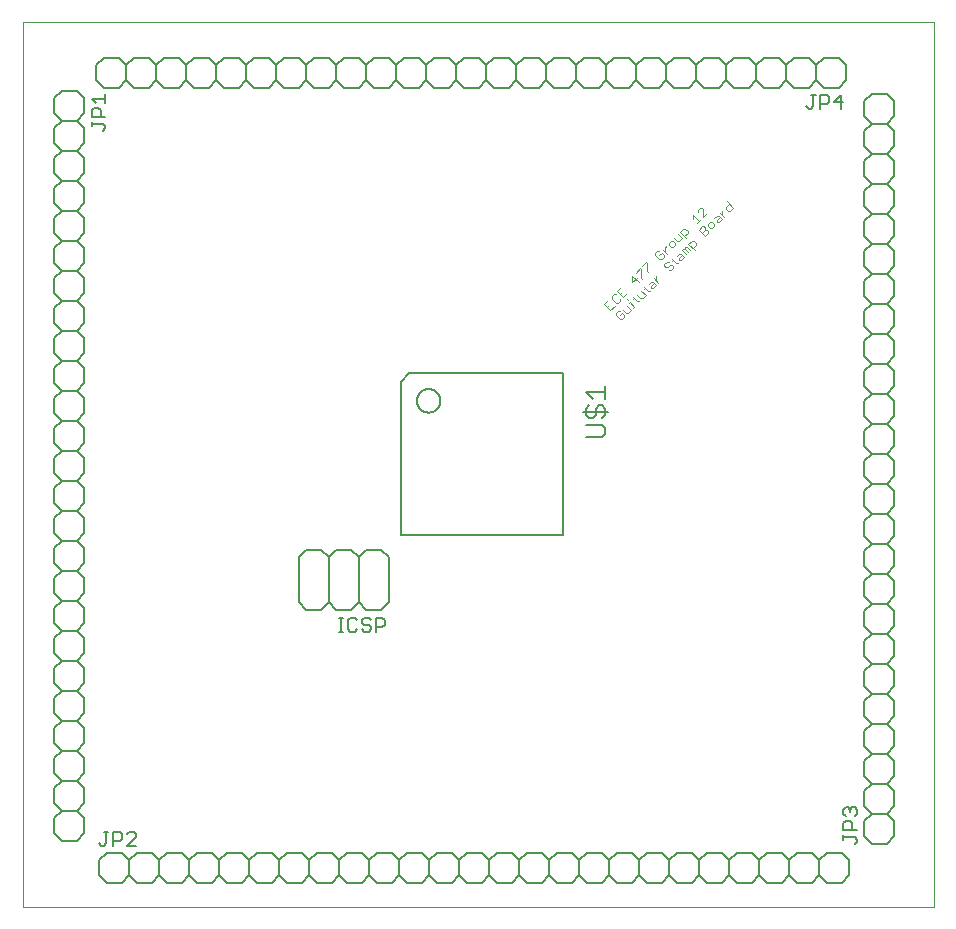
<source format=gto>
G75*
%MOIN*%
%OFA0B0*%
%FSLAX25Y25*%
%IPPOS*%
%LPD*%
%AMOC8*
5,1,8,0,0,1.08239X$1,22.5*
%
%ADD10C,0.00000*%
%ADD11C,0.00300*%
%ADD12C,0.00600*%
%ADD13C,0.00500*%
%ADD14C,0.00700*%
D10*
X0001500Y0001500D02*
X0001500Y0296461D01*
X0305201Y0296461D01*
X0305201Y0001500D01*
X0001500Y0001500D01*
D11*
X0199083Y0198801D02*
X0200451Y0197433D01*
X0201135Y0197433D01*
X0201819Y0198117D01*
X0201819Y0198801D01*
X0201135Y0199485D01*
X0200451Y0198801D01*
X0200451Y0200169D02*
X0199767Y0200169D01*
X0199083Y0199485D01*
X0199083Y0198801D01*
X0197399Y0200485D02*
X0195346Y0202537D01*
X0196715Y0203905D01*
X0197772Y0204279D02*
X0199140Y0202910D01*
X0199824Y0202910D01*
X0200508Y0203595D01*
X0200508Y0204279D01*
X0201566Y0204652D02*
X0202934Y0206020D01*
X0201224Y0206362D02*
X0200540Y0205678D01*
X0199140Y0205647D02*
X0198456Y0205647D01*
X0197772Y0204963D01*
X0197772Y0204279D01*
X0197057Y0202195D02*
X0196373Y0201511D01*
X0197399Y0200485D02*
X0198767Y0201853D01*
X0201508Y0200543D02*
X0202534Y0199516D01*
X0203218Y0199516D01*
X0204245Y0200543D01*
X0202876Y0201911D01*
X0203592Y0202626D02*
X0203934Y0202968D01*
X0205302Y0201600D01*
X0204960Y0201258D02*
X0205644Y0201942D01*
X0206349Y0203331D02*
X0204981Y0204699D01*
X0204981Y0204015D02*
X0205665Y0204699D01*
X0206370Y0205404D02*
X0207396Y0204378D01*
X0208080Y0204378D01*
X0209106Y0205404D01*
X0207738Y0206772D01*
X0208453Y0207488D02*
X0209137Y0208172D01*
X0208453Y0208172D02*
X0209821Y0206803D01*
X0210505Y0206803D01*
X0210868Y0207850D02*
X0210868Y0208534D01*
X0211895Y0209561D01*
X0211552Y0209903D02*
X0212579Y0208877D01*
X0211552Y0207850D01*
X0210868Y0207850D01*
X0210184Y0209219D02*
X0210868Y0209903D01*
X0211552Y0209903D01*
X0211926Y0210960D02*
X0213294Y0209592D01*
X0212610Y0210276D02*
X0212610Y0211644D01*
X0212952Y0211986D01*
X0209900Y0212986D02*
X0209558Y0213328D01*
X0209558Y0216064D01*
X0209216Y0216407D01*
X0207847Y0215038D01*
X0207132Y0214323D02*
X0207474Y0213981D01*
X0207474Y0211244D01*
X0207816Y0210902D01*
X0206759Y0209845D02*
X0204707Y0211897D01*
X0204707Y0209845D01*
X0206075Y0211213D01*
X0205764Y0212955D02*
X0207132Y0214323D01*
X0212356Y0218863D02*
X0213725Y0217495D01*
X0214409Y0217495D01*
X0215093Y0218179D01*
X0215093Y0218863D01*
X0214409Y0219547D01*
X0213725Y0218863D01*
X0213725Y0220231D02*
X0213041Y0220231D01*
X0212356Y0219547D01*
X0212356Y0218863D01*
X0214782Y0220605D02*
X0216150Y0219236D01*
X0215466Y0219921D02*
X0215466Y0221289D01*
X0215808Y0221631D01*
X0216860Y0221999D02*
X0217544Y0221315D01*
X0218229Y0221315D01*
X0218913Y0221999D01*
X0218913Y0222683D01*
X0218229Y0223367D01*
X0217544Y0223367D01*
X0216860Y0222683D01*
X0216860Y0221999D01*
X0218602Y0224424D02*
X0219628Y0223398D01*
X0220312Y0223398D01*
X0221338Y0224424D01*
X0219970Y0225793D01*
X0220685Y0226508D02*
X0221711Y0227534D01*
X0222396Y0227534D01*
X0223080Y0226850D01*
X0223080Y0226166D01*
X0222054Y0225140D01*
X0222738Y0224456D02*
X0220685Y0226508D01*
X0224411Y0223445D02*
X0223385Y0222419D01*
X0225437Y0220367D01*
X0224753Y0221051D02*
X0225779Y0222077D01*
X0225779Y0222761D01*
X0225095Y0223445D01*
X0224411Y0223445D01*
X0223012Y0221362D02*
X0224038Y0220336D01*
X0223354Y0219652D02*
X0222328Y0220678D01*
X0222328Y0221362D01*
X0223012Y0221362D01*
X0222328Y0220678D02*
X0221643Y0220678D01*
X0221301Y0220336D01*
X0222670Y0218968D01*
X0221954Y0218252D02*
X0220928Y0217226D01*
X0220244Y0217226D01*
X0220244Y0217910D01*
X0221270Y0218936D01*
X0220928Y0219278D02*
X0221954Y0218252D01*
X0220928Y0219278D02*
X0220244Y0219278D01*
X0219560Y0218594D01*
X0218513Y0217547D02*
X0217829Y0216863D01*
X0217829Y0217547D02*
X0219197Y0216179D01*
X0219881Y0216179D01*
X0218140Y0215122D02*
X0218140Y0214438D01*
X0217456Y0213754D01*
X0216772Y0213754D01*
X0216430Y0214780D02*
X0217114Y0215464D01*
X0217798Y0215464D01*
X0218140Y0215122D01*
X0216430Y0214780D02*
X0215745Y0214780D01*
X0215403Y0215122D01*
X0215403Y0215806D01*
X0216087Y0216490D01*
X0216772Y0216490D01*
X0226868Y0227270D02*
X0227894Y0228297D01*
X0228578Y0228297D01*
X0228920Y0227955D01*
X0228920Y0227270D01*
X0227894Y0226244D01*
X0228920Y0225218D02*
X0229946Y0226244D01*
X0229946Y0226928D01*
X0229604Y0227270D01*
X0228920Y0227270D01*
X0229977Y0228328D02*
X0230662Y0227644D01*
X0231346Y0227644D01*
X0232030Y0228328D01*
X0232030Y0229012D01*
X0231346Y0229696D01*
X0230662Y0229696D01*
X0229977Y0229012D01*
X0229977Y0228328D01*
X0232745Y0229727D02*
X0232745Y0230411D01*
X0233771Y0231437D01*
X0233429Y0231779D02*
X0234455Y0230753D01*
X0233429Y0229727D01*
X0232745Y0229727D01*
X0232061Y0231095D02*
X0232745Y0231779D01*
X0233429Y0231779D01*
X0234487Y0232153D02*
X0234487Y0233521D01*
X0234829Y0233863D01*
X0235881Y0234231D02*
X0235881Y0234915D01*
X0236907Y0235941D01*
X0236223Y0236625D02*
X0238275Y0234573D01*
X0237249Y0233547D01*
X0236565Y0233547D01*
X0235881Y0234231D01*
X0233802Y0232837D02*
X0235171Y0231469D01*
X0229672Y0232758D02*
X0228304Y0231390D01*
X0228304Y0234127D01*
X0227962Y0234469D01*
X0227278Y0234469D01*
X0226594Y0233785D01*
X0226594Y0233100D01*
X0224852Y0232043D02*
X0226905Y0229991D01*
X0226221Y0229307D02*
X0227589Y0230675D01*
X0224852Y0230675D02*
X0224852Y0232043D01*
X0226868Y0227270D02*
X0228920Y0225218D01*
X0207033Y0203331D02*
X0206349Y0203331D01*
X0203250Y0203652D02*
X0202908Y0203994D01*
X0201566Y0204652D02*
X0199513Y0206704D01*
X0200882Y0208073D01*
D12*
X0181559Y0179559D02*
X0130394Y0179559D01*
X0127441Y0176606D01*
X0127441Y0125441D01*
X0181559Y0125441D01*
X0181559Y0179559D01*
X0132846Y0170217D02*
X0132848Y0170342D01*
X0132854Y0170467D01*
X0132864Y0170591D01*
X0132878Y0170715D01*
X0132895Y0170839D01*
X0132917Y0170962D01*
X0132943Y0171084D01*
X0132972Y0171206D01*
X0133005Y0171326D01*
X0133043Y0171445D01*
X0133083Y0171564D01*
X0133128Y0171680D01*
X0133176Y0171795D01*
X0133228Y0171909D01*
X0133284Y0172021D01*
X0133343Y0172131D01*
X0133405Y0172239D01*
X0133471Y0172346D01*
X0133540Y0172450D01*
X0133613Y0172551D01*
X0133688Y0172651D01*
X0133767Y0172748D01*
X0133849Y0172842D01*
X0133934Y0172934D01*
X0134021Y0173023D01*
X0134112Y0173109D01*
X0134205Y0173192D01*
X0134301Y0173273D01*
X0134399Y0173350D01*
X0134499Y0173424D01*
X0134602Y0173495D01*
X0134707Y0173562D01*
X0134815Y0173627D01*
X0134924Y0173687D01*
X0135035Y0173745D01*
X0135148Y0173798D01*
X0135262Y0173848D01*
X0135378Y0173895D01*
X0135495Y0173937D01*
X0135614Y0173976D01*
X0135734Y0174012D01*
X0135855Y0174043D01*
X0135977Y0174071D01*
X0136099Y0174094D01*
X0136223Y0174114D01*
X0136347Y0174130D01*
X0136471Y0174142D01*
X0136596Y0174150D01*
X0136721Y0174154D01*
X0136845Y0174154D01*
X0136970Y0174150D01*
X0137095Y0174142D01*
X0137219Y0174130D01*
X0137343Y0174114D01*
X0137467Y0174094D01*
X0137589Y0174071D01*
X0137711Y0174043D01*
X0137832Y0174012D01*
X0137952Y0173976D01*
X0138071Y0173937D01*
X0138188Y0173895D01*
X0138304Y0173848D01*
X0138418Y0173798D01*
X0138531Y0173745D01*
X0138642Y0173687D01*
X0138752Y0173627D01*
X0138859Y0173562D01*
X0138964Y0173495D01*
X0139067Y0173424D01*
X0139167Y0173350D01*
X0139265Y0173273D01*
X0139361Y0173192D01*
X0139454Y0173109D01*
X0139545Y0173023D01*
X0139632Y0172934D01*
X0139717Y0172842D01*
X0139799Y0172748D01*
X0139878Y0172651D01*
X0139953Y0172551D01*
X0140026Y0172450D01*
X0140095Y0172346D01*
X0140161Y0172239D01*
X0140223Y0172131D01*
X0140282Y0172021D01*
X0140338Y0171909D01*
X0140390Y0171795D01*
X0140438Y0171680D01*
X0140483Y0171564D01*
X0140523Y0171445D01*
X0140561Y0171326D01*
X0140594Y0171206D01*
X0140623Y0171084D01*
X0140649Y0170962D01*
X0140671Y0170839D01*
X0140688Y0170715D01*
X0140702Y0170591D01*
X0140712Y0170467D01*
X0140718Y0170342D01*
X0140720Y0170217D01*
X0140718Y0170092D01*
X0140712Y0169967D01*
X0140702Y0169843D01*
X0140688Y0169719D01*
X0140671Y0169595D01*
X0140649Y0169472D01*
X0140623Y0169350D01*
X0140594Y0169228D01*
X0140561Y0169108D01*
X0140523Y0168989D01*
X0140483Y0168870D01*
X0140438Y0168754D01*
X0140390Y0168639D01*
X0140338Y0168525D01*
X0140282Y0168413D01*
X0140223Y0168303D01*
X0140161Y0168195D01*
X0140095Y0168088D01*
X0140026Y0167984D01*
X0139953Y0167883D01*
X0139878Y0167783D01*
X0139799Y0167686D01*
X0139717Y0167592D01*
X0139632Y0167500D01*
X0139545Y0167411D01*
X0139454Y0167325D01*
X0139361Y0167242D01*
X0139265Y0167161D01*
X0139167Y0167084D01*
X0139067Y0167010D01*
X0138964Y0166939D01*
X0138859Y0166872D01*
X0138751Y0166807D01*
X0138642Y0166747D01*
X0138531Y0166689D01*
X0138418Y0166636D01*
X0138304Y0166586D01*
X0138188Y0166539D01*
X0138071Y0166497D01*
X0137952Y0166458D01*
X0137832Y0166422D01*
X0137711Y0166391D01*
X0137589Y0166363D01*
X0137467Y0166340D01*
X0137343Y0166320D01*
X0137219Y0166304D01*
X0137095Y0166292D01*
X0136970Y0166284D01*
X0136845Y0166280D01*
X0136721Y0166280D01*
X0136596Y0166284D01*
X0136471Y0166292D01*
X0136347Y0166304D01*
X0136223Y0166320D01*
X0136099Y0166340D01*
X0135977Y0166363D01*
X0135855Y0166391D01*
X0135734Y0166422D01*
X0135614Y0166458D01*
X0135495Y0166497D01*
X0135378Y0166539D01*
X0135262Y0166586D01*
X0135148Y0166636D01*
X0135035Y0166689D01*
X0134924Y0166747D01*
X0134814Y0166807D01*
X0134707Y0166872D01*
X0134602Y0166939D01*
X0134499Y0167010D01*
X0134399Y0167084D01*
X0134301Y0167161D01*
X0134205Y0167242D01*
X0134112Y0167325D01*
X0134021Y0167411D01*
X0133934Y0167500D01*
X0133849Y0167592D01*
X0133767Y0167686D01*
X0133688Y0167783D01*
X0133613Y0167883D01*
X0133540Y0167984D01*
X0133471Y0168088D01*
X0133405Y0168195D01*
X0133343Y0168303D01*
X0133284Y0168413D01*
X0133228Y0168525D01*
X0133176Y0168639D01*
X0133128Y0168754D01*
X0133083Y0168870D01*
X0133043Y0168989D01*
X0133005Y0169108D01*
X0132972Y0169228D01*
X0132943Y0169350D01*
X0132917Y0169472D01*
X0132895Y0169595D01*
X0132878Y0169719D01*
X0132864Y0169843D01*
X0132854Y0169967D01*
X0132848Y0170092D01*
X0132846Y0170217D01*
X0121000Y0120500D02*
X0116000Y0120500D01*
X0113500Y0118000D01*
X0113500Y0103000D01*
X0111000Y0100500D01*
X0106000Y0100500D01*
X0103500Y0103000D01*
X0101000Y0100500D01*
X0096000Y0100500D01*
X0093500Y0103000D01*
X0093500Y0118000D01*
X0096000Y0120500D01*
X0101000Y0120500D01*
X0103500Y0118000D01*
X0103500Y0103000D01*
X0113500Y0103000D02*
X0116000Y0100500D01*
X0121000Y0100500D01*
X0123500Y0103000D01*
X0123500Y0118000D01*
X0121000Y0120500D01*
X0113500Y0118000D02*
X0111000Y0120500D01*
X0106000Y0120500D01*
X0103500Y0118000D01*
X0022000Y0116000D02*
X0019500Y0113500D01*
X0022000Y0111000D01*
X0022000Y0106000D01*
X0019500Y0103500D01*
X0014500Y0103500D01*
X0012000Y0106000D01*
X0012000Y0111000D01*
X0014500Y0113500D01*
X0012000Y0116000D01*
X0012000Y0121000D01*
X0014500Y0123500D01*
X0012000Y0126000D01*
X0012000Y0131000D01*
X0014500Y0133500D01*
X0012000Y0136000D01*
X0012000Y0141000D01*
X0014500Y0143500D01*
X0012000Y0146000D01*
X0012000Y0151000D01*
X0014500Y0153500D01*
X0012000Y0156000D01*
X0012000Y0161000D01*
X0014500Y0163500D01*
X0012000Y0166000D01*
X0012000Y0171000D01*
X0014500Y0173500D01*
X0012000Y0176000D01*
X0012000Y0181000D01*
X0014500Y0183500D01*
X0012000Y0186000D01*
X0012000Y0191000D01*
X0014500Y0193500D01*
X0012000Y0196000D01*
X0012000Y0201000D01*
X0014500Y0203500D01*
X0012000Y0206000D01*
X0012000Y0211000D01*
X0014500Y0213500D01*
X0012000Y0216000D01*
X0012000Y0221000D01*
X0014500Y0223500D01*
X0012000Y0226000D01*
X0012000Y0231000D01*
X0014500Y0233500D01*
X0012000Y0236000D01*
X0012000Y0241000D01*
X0014500Y0243500D01*
X0012000Y0246000D01*
X0012000Y0251000D01*
X0014500Y0253500D01*
X0012000Y0256000D01*
X0012000Y0261000D01*
X0014500Y0263500D01*
X0012000Y0266000D01*
X0012000Y0271000D01*
X0014500Y0273500D01*
X0019500Y0273500D01*
X0022000Y0271000D01*
X0022000Y0266000D01*
X0019500Y0263500D01*
X0022000Y0261000D01*
X0022000Y0256000D01*
X0019500Y0253500D01*
X0014500Y0253500D01*
X0019500Y0253500D02*
X0022000Y0251000D01*
X0022000Y0246000D01*
X0019500Y0243500D01*
X0022000Y0241000D01*
X0022000Y0236000D01*
X0019500Y0233500D01*
X0022000Y0231000D01*
X0022000Y0226000D01*
X0019500Y0223500D01*
X0014500Y0223500D01*
X0019500Y0223500D02*
X0022000Y0221000D01*
X0022000Y0216000D01*
X0019500Y0213500D01*
X0022000Y0211000D01*
X0022000Y0206000D01*
X0019500Y0203500D01*
X0022000Y0201000D01*
X0022000Y0196000D01*
X0019500Y0193500D01*
X0014500Y0193500D01*
X0019500Y0193500D02*
X0022000Y0191000D01*
X0022000Y0186000D01*
X0019500Y0183500D01*
X0022000Y0181000D01*
X0022000Y0176000D01*
X0019500Y0173500D01*
X0022000Y0171000D01*
X0022000Y0166000D01*
X0019500Y0163500D01*
X0014500Y0163500D01*
X0019500Y0163500D02*
X0022000Y0161000D01*
X0022000Y0156000D01*
X0019500Y0153500D01*
X0022000Y0151000D01*
X0022000Y0146000D01*
X0019500Y0143500D01*
X0022000Y0141000D01*
X0022000Y0136000D01*
X0019500Y0133500D01*
X0014500Y0133500D01*
X0019500Y0133500D02*
X0022000Y0131000D01*
X0022000Y0126000D01*
X0019500Y0123500D01*
X0022000Y0121000D01*
X0022000Y0116000D01*
X0019500Y0113500D02*
X0014500Y0113500D01*
X0014500Y0123500D02*
X0019500Y0123500D01*
X0019500Y0143500D02*
X0014500Y0143500D01*
X0014500Y0153500D02*
X0019500Y0153500D01*
X0019500Y0173500D02*
X0014500Y0173500D01*
X0014500Y0183500D02*
X0019500Y0183500D01*
X0019500Y0203500D02*
X0014500Y0203500D01*
X0014500Y0213500D02*
X0019500Y0213500D01*
X0019500Y0233500D02*
X0014500Y0233500D01*
X0014500Y0243500D02*
X0019500Y0243500D01*
X0019500Y0263500D02*
X0014500Y0263500D01*
X0026000Y0277000D02*
X0026000Y0282000D01*
X0028500Y0284500D01*
X0033500Y0284500D01*
X0036000Y0282000D01*
X0036000Y0277000D01*
X0033500Y0274500D01*
X0028500Y0274500D01*
X0026000Y0277000D01*
X0036000Y0277000D02*
X0038500Y0274500D01*
X0043500Y0274500D01*
X0046000Y0277000D01*
X0046000Y0282000D01*
X0043500Y0284500D01*
X0038500Y0284500D01*
X0036000Y0282000D01*
X0046000Y0282000D02*
X0048500Y0284500D01*
X0053500Y0284500D01*
X0056000Y0282000D01*
X0056000Y0277000D01*
X0053500Y0274500D01*
X0048500Y0274500D01*
X0046000Y0277000D01*
X0056000Y0277000D02*
X0058500Y0274500D01*
X0063500Y0274500D01*
X0066000Y0277000D01*
X0066000Y0282000D01*
X0063500Y0284500D01*
X0058500Y0284500D01*
X0056000Y0282000D01*
X0066000Y0282000D02*
X0068500Y0284500D01*
X0073500Y0284500D01*
X0076000Y0282000D01*
X0076000Y0277000D01*
X0073500Y0274500D01*
X0068500Y0274500D01*
X0066000Y0277000D01*
X0076000Y0277000D02*
X0078500Y0274500D01*
X0083500Y0274500D01*
X0086000Y0277000D01*
X0086000Y0282000D01*
X0083500Y0284500D01*
X0078500Y0284500D01*
X0076000Y0282000D01*
X0086000Y0282000D02*
X0088500Y0284500D01*
X0093500Y0284500D01*
X0096000Y0282000D01*
X0098500Y0284500D01*
X0103500Y0284500D01*
X0106000Y0282000D01*
X0108500Y0284500D01*
X0113500Y0284500D01*
X0116000Y0282000D01*
X0118500Y0284500D01*
X0123500Y0284500D01*
X0126000Y0282000D01*
X0128500Y0284500D01*
X0133500Y0284500D01*
X0136000Y0282000D01*
X0138500Y0284500D01*
X0143500Y0284500D01*
X0146000Y0282000D01*
X0148500Y0284500D01*
X0153500Y0284500D01*
X0156000Y0282000D01*
X0158500Y0284500D01*
X0163500Y0284500D01*
X0166000Y0282000D01*
X0168500Y0284500D01*
X0173500Y0284500D01*
X0176000Y0282000D01*
X0178500Y0284500D01*
X0183500Y0284500D01*
X0186000Y0282000D01*
X0188500Y0284500D01*
X0193500Y0284500D01*
X0196000Y0282000D01*
X0198500Y0284500D01*
X0203500Y0284500D01*
X0206000Y0282000D01*
X0208500Y0284500D01*
X0213500Y0284500D01*
X0216000Y0282000D01*
X0218500Y0284500D01*
X0223500Y0284500D01*
X0226000Y0282000D01*
X0228500Y0284500D01*
X0233500Y0284500D01*
X0236000Y0282000D01*
X0238500Y0284500D01*
X0243500Y0284500D01*
X0246000Y0282000D01*
X0248500Y0284500D01*
X0253500Y0284500D01*
X0256000Y0282000D01*
X0258500Y0284500D01*
X0263500Y0284500D01*
X0266000Y0282000D01*
X0268500Y0284500D01*
X0273500Y0284500D01*
X0276000Y0282000D01*
X0276000Y0277000D01*
X0273500Y0274500D01*
X0268500Y0274500D01*
X0266000Y0277000D01*
X0263500Y0274500D01*
X0258500Y0274500D01*
X0256000Y0277000D01*
X0256000Y0282000D01*
X0256000Y0277000D02*
X0253500Y0274500D01*
X0248500Y0274500D01*
X0246000Y0277000D01*
X0243500Y0274500D01*
X0238500Y0274500D01*
X0236000Y0277000D01*
X0233500Y0274500D01*
X0228500Y0274500D01*
X0226000Y0277000D01*
X0226000Y0282000D01*
X0226000Y0277000D02*
X0223500Y0274500D01*
X0218500Y0274500D01*
X0216000Y0277000D01*
X0213500Y0274500D01*
X0208500Y0274500D01*
X0206000Y0277000D01*
X0203500Y0274500D01*
X0198500Y0274500D01*
X0196000Y0277000D01*
X0196000Y0282000D01*
X0196000Y0277000D02*
X0193500Y0274500D01*
X0188500Y0274500D01*
X0186000Y0277000D01*
X0183500Y0274500D01*
X0178500Y0274500D01*
X0176000Y0277000D01*
X0173500Y0274500D01*
X0168500Y0274500D01*
X0166000Y0277000D01*
X0166000Y0282000D01*
X0166000Y0277000D02*
X0163500Y0274500D01*
X0158500Y0274500D01*
X0156000Y0277000D01*
X0153500Y0274500D01*
X0148500Y0274500D01*
X0146000Y0277000D01*
X0143500Y0274500D01*
X0138500Y0274500D01*
X0136000Y0277000D01*
X0136000Y0282000D01*
X0136000Y0277000D02*
X0133500Y0274500D01*
X0128500Y0274500D01*
X0126000Y0277000D01*
X0123500Y0274500D01*
X0118500Y0274500D01*
X0116000Y0277000D01*
X0113500Y0274500D01*
X0108500Y0274500D01*
X0106000Y0277000D01*
X0106000Y0282000D01*
X0106000Y0277000D02*
X0103500Y0274500D01*
X0098500Y0274500D01*
X0096000Y0277000D01*
X0093500Y0274500D01*
X0088500Y0274500D01*
X0086000Y0277000D01*
X0096000Y0277000D02*
X0096000Y0282000D01*
X0116000Y0282000D02*
X0116000Y0277000D01*
X0126000Y0277000D02*
X0126000Y0282000D01*
X0146000Y0282000D02*
X0146000Y0277000D01*
X0156000Y0277000D02*
X0156000Y0282000D01*
X0176000Y0282000D02*
X0176000Y0277000D01*
X0186000Y0277000D02*
X0186000Y0282000D01*
X0206000Y0282000D02*
X0206000Y0277000D01*
X0216000Y0277000D02*
X0216000Y0282000D01*
X0236000Y0282000D02*
X0236000Y0277000D01*
X0246000Y0277000D02*
X0246000Y0282000D01*
X0266000Y0282000D02*
X0266000Y0277000D01*
X0282000Y0270000D02*
X0282000Y0265000D01*
X0284500Y0262500D01*
X0289500Y0262500D01*
X0292000Y0265000D01*
X0292000Y0270000D01*
X0289500Y0272500D01*
X0284500Y0272500D01*
X0282000Y0270000D01*
X0284500Y0262500D02*
X0282000Y0260000D01*
X0282000Y0255000D01*
X0284500Y0252500D01*
X0289500Y0252500D01*
X0292000Y0255000D01*
X0292000Y0260000D01*
X0289500Y0262500D01*
X0289500Y0252500D02*
X0292000Y0250000D01*
X0292000Y0245000D01*
X0289500Y0242500D01*
X0284500Y0242500D01*
X0282000Y0245000D01*
X0282000Y0250000D01*
X0284500Y0252500D01*
X0284500Y0242500D02*
X0282000Y0240000D01*
X0282000Y0235000D01*
X0284500Y0232500D01*
X0289500Y0232500D01*
X0292000Y0235000D01*
X0292000Y0240000D01*
X0289500Y0242500D01*
X0289500Y0232500D02*
X0292000Y0230000D01*
X0292000Y0225000D01*
X0289500Y0222500D01*
X0284500Y0222500D01*
X0282000Y0225000D01*
X0282000Y0230000D01*
X0284500Y0232500D01*
X0284500Y0222500D02*
X0282000Y0220000D01*
X0282000Y0215000D01*
X0284500Y0212500D01*
X0289500Y0212500D01*
X0292000Y0215000D01*
X0292000Y0220000D01*
X0289500Y0222500D01*
X0289500Y0212500D02*
X0292000Y0210000D01*
X0292000Y0205000D01*
X0289500Y0202500D01*
X0292000Y0200000D01*
X0292000Y0195000D01*
X0289500Y0192500D01*
X0292000Y0190000D01*
X0292000Y0185000D01*
X0289500Y0182500D01*
X0292000Y0180000D01*
X0292000Y0175000D01*
X0289500Y0172500D01*
X0292000Y0170000D01*
X0292000Y0165000D01*
X0289500Y0162500D01*
X0292000Y0160000D01*
X0292000Y0155000D01*
X0289500Y0152500D01*
X0292000Y0150000D01*
X0292000Y0145000D01*
X0289500Y0142500D01*
X0292000Y0140000D01*
X0292000Y0135000D01*
X0289500Y0132500D01*
X0292000Y0130000D01*
X0292000Y0125000D01*
X0289500Y0122500D01*
X0292000Y0120000D01*
X0292000Y0115000D01*
X0289500Y0112500D01*
X0292000Y0110000D01*
X0292000Y0105000D01*
X0289500Y0102500D01*
X0292000Y0100000D01*
X0292000Y0095000D01*
X0289500Y0092500D01*
X0292000Y0090000D01*
X0292000Y0085000D01*
X0289500Y0082500D01*
X0292000Y0080000D01*
X0292000Y0075000D01*
X0289500Y0072500D01*
X0292000Y0070000D01*
X0292000Y0065000D01*
X0289500Y0062500D01*
X0292000Y0060000D01*
X0292000Y0055000D01*
X0289500Y0052500D01*
X0292000Y0050000D01*
X0292000Y0045000D01*
X0289500Y0042500D01*
X0292000Y0040000D01*
X0292000Y0035000D01*
X0289500Y0032500D01*
X0292000Y0030000D01*
X0292000Y0025000D01*
X0289500Y0022500D01*
X0284500Y0022500D01*
X0282000Y0025000D01*
X0282000Y0030000D01*
X0284500Y0032500D01*
X0282000Y0035000D01*
X0282000Y0040000D01*
X0284500Y0042500D01*
X0289500Y0042500D01*
X0284500Y0042500D02*
X0282000Y0045000D01*
X0282000Y0050000D01*
X0284500Y0052500D01*
X0282000Y0055000D01*
X0282000Y0060000D01*
X0284500Y0062500D01*
X0282000Y0065000D01*
X0282000Y0070000D01*
X0284500Y0072500D01*
X0289500Y0072500D01*
X0284500Y0072500D02*
X0282000Y0075000D01*
X0282000Y0080000D01*
X0284500Y0082500D01*
X0282000Y0085000D01*
X0282000Y0090000D01*
X0284500Y0092500D01*
X0282000Y0095000D01*
X0282000Y0100000D01*
X0284500Y0102500D01*
X0289500Y0102500D01*
X0284500Y0102500D02*
X0282000Y0105000D01*
X0282000Y0110000D01*
X0284500Y0112500D01*
X0282000Y0115000D01*
X0282000Y0120000D01*
X0284500Y0122500D01*
X0282000Y0125000D01*
X0282000Y0130000D01*
X0284500Y0132500D01*
X0289500Y0132500D01*
X0284500Y0132500D02*
X0282000Y0135000D01*
X0282000Y0140000D01*
X0284500Y0142500D01*
X0282000Y0145000D01*
X0282000Y0150000D01*
X0284500Y0152500D01*
X0282000Y0155000D01*
X0282000Y0160000D01*
X0284500Y0162500D01*
X0289500Y0162500D01*
X0284500Y0162500D02*
X0282000Y0165000D01*
X0282000Y0170000D01*
X0284500Y0172500D01*
X0282000Y0175000D01*
X0282000Y0180000D01*
X0284500Y0182500D01*
X0282000Y0185000D01*
X0282000Y0190000D01*
X0284500Y0192500D01*
X0289500Y0192500D01*
X0284500Y0192500D02*
X0282000Y0195000D01*
X0282000Y0200000D01*
X0284500Y0202500D01*
X0282000Y0205000D01*
X0282000Y0210000D01*
X0284500Y0212500D01*
X0284500Y0202500D02*
X0289500Y0202500D01*
X0289500Y0182500D02*
X0284500Y0182500D01*
X0284500Y0172500D02*
X0289500Y0172500D01*
X0289500Y0152500D02*
X0284500Y0152500D01*
X0284500Y0142500D02*
X0289500Y0142500D01*
X0289500Y0122500D02*
X0284500Y0122500D01*
X0284500Y0112500D02*
X0289500Y0112500D01*
X0289500Y0092500D02*
X0284500Y0092500D01*
X0284500Y0082500D02*
X0289500Y0082500D01*
X0289500Y0062500D02*
X0284500Y0062500D01*
X0284500Y0052500D02*
X0289500Y0052500D01*
X0289500Y0032500D02*
X0284500Y0032500D01*
X0274500Y0019500D02*
X0277000Y0017000D01*
X0277000Y0012000D01*
X0274500Y0009500D01*
X0269500Y0009500D01*
X0267000Y0012000D01*
X0267000Y0017000D01*
X0269500Y0019500D01*
X0274500Y0019500D01*
X0267000Y0017000D02*
X0264500Y0019500D01*
X0259500Y0019500D01*
X0257000Y0017000D01*
X0257000Y0012000D01*
X0259500Y0009500D01*
X0264500Y0009500D01*
X0267000Y0012000D01*
X0257000Y0012000D02*
X0254500Y0009500D01*
X0249500Y0009500D01*
X0247000Y0012000D01*
X0247000Y0017000D01*
X0249500Y0019500D01*
X0254500Y0019500D01*
X0257000Y0017000D01*
X0247000Y0017000D02*
X0244500Y0019500D01*
X0239500Y0019500D01*
X0237000Y0017000D01*
X0237000Y0012000D01*
X0239500Y0009500D01*
X0244500Y0009500D01*
X0247000Y0012000D01*
X0237000Y0012000D02*
X0234500Y0009500D01*
X0229500Y0009500D01*
X0227000Y0012000D01*
X0227000Y0017000D01*
X0229500Y0019500D01*
X0234500Y0019500D01*
X0237000Y0017000D01*
X0227000Y0017000D02*
X0224500Y0019500D01*
X0219500Y0019500D01*
X0217000Y0017000D01*
X0217000Y0012000D01*
X0219500Y0009500D01*
X0224500Y0009500D01*
X0227000Y0012000D01*
X0217000Y0012000D02*
X0214500Y0009500D01*
X0209500Y0009500D01*
X0207000Y0012000D01*
X0204500Y0009500D01*
X0199500Y0009500D01*
X0197000Y0012000D01*
X0194500Y0009500D01*
X0189500Y0009500D01*
X0187000Y0012000D01*
X0184500Y0009500D01*
X0179500Y0009500D01*
X0177000Y0012000D01*
X0174500Y0009500D01*
X0169500Y0009500D01*
X0167000Y0012000D01*
X0164500Y0009500D01*
X0159500Y0009500D01*
X0157000Y0012000D01*
X0154500Y0009500D01*
X0149500Y0009500D01*
X0147000Y0012000D01*
X0144500Y0009500D01*
X0139500Y0009500D01*
X0137000Y0012000D01*
X0134500Y0009500D01*
X0129500Y0009500D01*
X0127000Y0012000D01*
X0124500Y0009500D01*
X0119500Y0009500D01*
X0117000Y0012000D01*
X0114500Y0009500D01*
X0109500Y0009500D01*
X0107000Y0012000D01*
X0104500Y0009500D01*
X0099500Y0009500D01*
X0097000Y0012000D01*
X0094500Y0009500D01*
X0089500Y0009500D01*
X0087000Y0012000D01*
X0084500Y0009500D01*
X0079500Y0009500D01*
X0077000Y0012000D01*
X0074500Y0009500D01*
X0069500Y0009500D01*
X0067000Y0012000D01*
X0064500Y0009500D01*
X0059500Y0009500D01*
X0057000Y0012000D01*
X0054500Y0009500D01*
X0049500Y0009500D01*
X0047000Y0012000D01*
X0044500Y0009500D01*
X0039500Y0009500D01*
X0037000Y0012000D01*
X0034500Y0009500D01*
X0029500Y0009500D01*
X0027000Y0012000D01*
X0027000Y0017000D01*
X0029500Y0019500D01*
X0034500Y0019500D01*
X0037000Y0017000D01*
X0039500Y0019500D01*
X0044500Y0019500D01*
X0047000Y0017000D01*
X0047000Y0012000D01*
X0047000Y0017000D02*
X0049500Y0019500D01*
X0054500Y0019500D01*
X0057000Y0017000D01*
X0059500Y0019500D01*
X0064500Y0019500D01*
X0067000Y0017000D01*
X0069500Y0019500D01*
X0074500Y0019500D01*
X0077000Y0017000D01*
X0077000Y0012000D01*
X0077000Y0017000D02*
X0079500Y0019500D01*
X0084500Y0019500D01*
X0087000Y0017000D01*
X0089500Y0019500D01*
X0094500Y0019500D01*
X0097000Y0017000D01*
X0099500Y0019500D01*
X0104500Y0019500D01*
X0107000Y0017000D01*
X0107000Y0012000D01*
X0107000Y0017000D02*
X0109500Y0019500D01*
X0114500Y0019500D01*
X0117000Y0017000D01*
X0119500Y0019500D01*
X0124500Y0019500D01*
X0127000Y0017000D01*
X0129500Y0019500D01*
X0134500Y0019500D01*
X0137000Y0017000D01*
X0137000Y0012000D01*
X0137000Y0017000D02*
X0139500Y0019500D01*
X0144500Y0019500D01*
X0147000Y0017000D01*
X0149500Y0019500D01*
X0154500Y0019500D01*
X0157000Y0017000D01*
X0159500Y0019500D01*
X0164500Y0019500D01*
X0167000Y0017000D01*
X0167000Y0012000D01*
X0167000Y0017000D02*
X0169500Y0019500D01*
X0174500Y0019500D01*
X0177000Y0017000D01*
X0179500Y0019500D01*
X0184500Y0019500D01*
X0187000Y0017000D01*
X0189500Y0019500D01*
X0194500Y0019500D01*
X0197000Y0017000D01*
X0197000Y0012000D01*
X0197000Y0017000D02*
X0199500Y0019500D01*
X0204500Y0019500D01*
X0207000Y0017000D01*
X0209500Y0019500D01*
X0214500Y0019500D01*
X0217000Y0017000D01*
X0207000Y0017000D02*
X0207000Y0012000D01*
X0187000Y0012000D02*
X0187000Y0017000D01*
X0177000Y0017000D02*
X0177000Y0012000D01*
X0157000Y0012000D02*
X0157000Y0017000D01*
X0147000Y0017000D02*
X0147000Y0012000D01*
X0127000Y0012000D02*
X0127000Y0017000D01*
X0117000Y0017000D02*
X0117000Y0012000D01*
X0097000Y0012000D02*
X0097000Y0017000D01*
X0087000Y0017000D02*
X0087000Y0012000D01*
X0067000Y0012000D02*
X0067000Y0017000D01*
X0057000Y0017000D02*
X0057000Y0012000D01*
X0037000Y0012000D02*
X0037000Y0017000D01*
X0022000Y0026000D02*
X0022000Y0031000D01*
X0019500Y0033500D01*
X0014500Y0033500D01*
X0012000Y0031000D01*
X0012000Y0026000D01*
X0014500Y0023500D01*
X0019500Y0023500D01*
X0022000Y0026000D01*
X0019500Y0033500D02*
X0022000Y0036000D01*
X0022000Y0041000D01*
X0019500Y0043500D01*
X0014500Y0043500D01*
X0012000Y0041000D01*
X0012000Y0036000D01*
X0014500Y0033500D01*
X0014500Y0043500D02*
X0012000Y0046000D01*
X0012000Y0051000D01*
X0014500Y0053500D01*
X0019500Y0053500D01*
X0022000Y0051000D01*
X0022000Y0046000D01*
X0019500Y0043500D01*
X0019500Y0053500D02*
X0022000Y0056000D01*
X0022000Y0061000D01*
X0019500Y0063500D01*
X0014500Y0063500D01*
X0012000Y0061000D01*
X0012000Y0056000D01*
X0014500Y0053500D01*
X0014500Y0063500D02*
X0012000Y0066000D01*
X0012000Y0071000D01*
X0014500Y0073500D01*
X0019500Y0073500D01*
X0022000Y0071000D01*
X0022000Y0066000D01*
X0019500Y0063500D01*
X0019500Y0073500D02*
X0022000Y0076000D01*
X0022000Y0081000D01*
X0019500Y0083500D01*
X0014500Y0083500D01*
X0012000Y0081000D01*
X0012000Y0076000D01*
X0014500Y0073500D01*
X0014500Y0083500D02*
X0012000Y0086000D01*
X0012000Y0091000D01*
X0014500Y0093500D01*
X0012000Y0096000D01*
X0012000Y0101000D01*
X0014500Y0103500D01*
X0019500Y0103500D02*
X0022000Y0101000D01*
X0022000Y0096000D01*
X0019500Y0093500D01*
X0022000Y0091000D01*
X0022000Y0086000D01*
X0019500Y0083500D01*
X0019500Y0093500D02*
X0014500Y0093500D01*
D13*
X0028451Y0026454D02*
X0029953Y0026454D01*
X0029202Y0026454D02*
X0029202Y0022701D01*
X0028451Y0021950D01*
X0027701Y0021950D01*
X0026950Y0022701D01*
X0031554Y0023451D02*
X0033806Y0023451D01*
X0034556Y0024202D01*
X0034556Y0025703D01*
X0033806Y0026454D01*
X0031554Y0026454D01*
X0031554Y0021950D01*
X0036158Y0021950D02*
X0039160Y0024953D01*
X0039160Y0025703D01*
X0038410Y0026454D01*
X0036908Y0026454D01*
X0036158Y0025703D01*
X0036158Y0021950D02*
X0039160Y0021950D01*
X0106869Y0093250D02*
X0108370Y0093250D01*
X0107620Y0093250D02*
X0107620Y0097754D01*
X0108370Y0097754D02*
X0106869Y0097754D01*
X0109938Y0097003D02*
X0109938Y0094001D01*
X0110689Y0093250D01*
X0112190Y0093250D01*
X0112941Y0094001D01*
X0114542Y0094001D02*
X0115293Y0093250D01*
X0116794Y0093250D01*
X0117545Y0094001D01*
X0117545Y0094751D01*
X0116794Y0095502D01*
X0115293Y0095502D01*
X0114542Y0096253D01*
X0114542Y0097003D01*
X0115293Y0097754D01*
X0116794Y0097754D01*
X0117545Y0097003D01*
X0119146Y0097754D02*
X0121398Y0097754D01*
X0122149Y0097003D01*
X0122149Y0095502D01*
X0121398Y0094751D01*
X0119146Y0094751D01*
X0119146Y0093250D02*
X0119146Y0097754D01*
X0112941Y0097003D02*
X0112190Y0097754D01*
X0110689Y0097754D01*
X0109938Y0097003D01*
X0275046Y0033910D02*
X0275046Y0032408D01*
X0275797Y0031658D01*
X0275797Y0030056D02*
X0277298Y0030056D01*
X0278049Y0029306D01*
X0278049Y0027054D01*
X0279550Y0027054D02*
X0275046Y0027054D01*
X0275046Y0029306D01*
X0275797Y0030056D01*
X0278799Y0031658D02*
X0279550Y0032408D01*
X0279550Y0033910D01*
X0278799Y0034660D01*
X0278049Y0034660D01*
X0277298Y0033910D01*
X0277298Y0033159D01*
X0277298Y0033910D02*
X0276547Y0034660D01*
X0275797Y0034660D01*
X0275046Y0033910D01*
X0275046Y0025453D02*
X0275046Y0023951D01*
X0275046Y0024702D02*
X0278799Y0024702D01*
X0279550Y0023951D01*
X0279550Y0023201D01*
X0278799Y0022450D01*
X0028950Y0260989D02*
X0028950Y0261739D01*
X0028199Y0262490D01*
X0024446Y0262490D01*
X0024446Y0261739D02*
X0024446Y0263241D01*
X0024446Y0264842D02*
X0024446Y0267094D01*
X0025197Y0267845D01*
X0026698Y0267845D01*
X0027449Y0267094D01*
X0027449Y0264842D01*
X0028950Y0264842D02*
X0024446Y0264842D01*
X0025947Y0269446D02*
X0024446Y0270947D01*
X0028950Y0270947D01*
X0028950Y0269446D02*
X0028950Y0272449D01*
X0028950Y0260989D02*
X0028199Y0260238D01*
X0262738Y0268301D02*
X0263489Y0267550D01*
X0264239Y0267550D01*
X0264990Y0268301D01*
X0264990Y0272054D01*
X0264239Y0272054D02*
X0265741Y0272054D01*
X0267342Y0272054D02*
X0269594Y0272054D01*
X0270345Y0271303D01*
X0270345Y0269802D01*
X0269594Y0269051D01*
X0267342Y0269051D01*
X0267342Y0267550D02*
X0267342Y0272054D01*
X0271946Y0269802D02*
X0274949Y0269802D01*
X0274198Y0267550D02*
X0274198Y0272054D01*
X0271946Y0269802D01*
D14*
X0195650Y0175108D02*
X0195650Y0170904D01*
X0195650Y0173006D02*
X0189345Y0173006D01*
X0191446Y0170904D01*
X0190396Y0168663D02*
X0189345Y0167612D01*
X0189345Y0165510D01*
X0190396Y0164459D01*
X0191446Y0164459D01*
X0192497Y0165510D01*
X0192497Y0167612D01*
X0193548Y0168663D01*
X0194599Y0168663D01*
X0195650Y0167612D01*
X0195650Y0165510D01*
X0194599Y0164459D01*
X0194599Y0162217D02*
X0189345Y0162217D01*
X0189345Y0158013D02*
X0194599Y0158013D01*
X0195650Y0159064D01*
X0195650Y0161166D01*
X0194599Y0162217D01*
X0196701Y0166561D02*
X0188294Y0166561D01*
M02*

</source>
